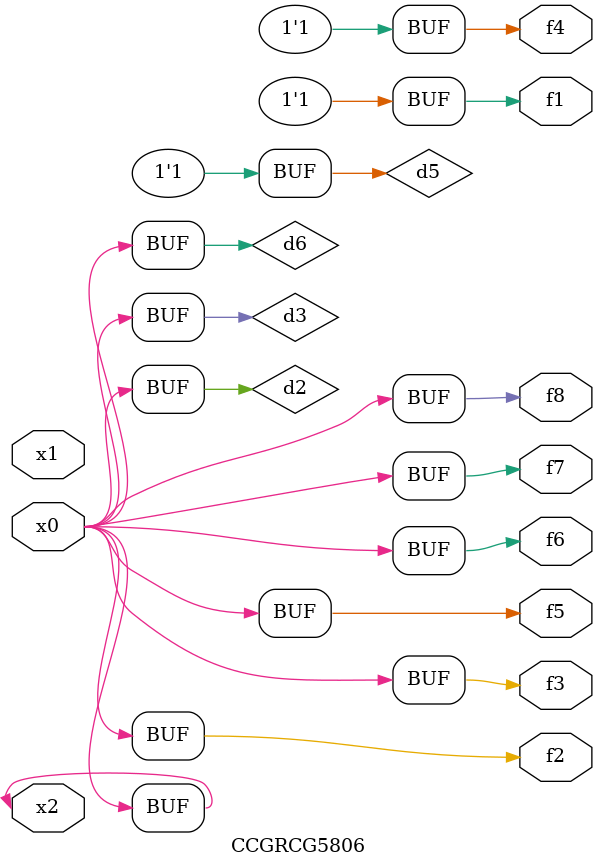
<source format=v>
module CCGRCG5806(
	input x0, x1, x2,
	output f1, f2, f3, f4, f5, f6, f7, f8
);

	wire d1, d2, d3, d4, d5, d6;

	xnor (d1, x2);
	buf (d2, x0, x2);
	and (d3, x0);
	xnor (d4, x1, x2);
	nand (d5, d1, d3);
	buf (d6, d2, d3);
	assign f1 = d5;
	assign f2 = d6;
	assign f3 = d6;
	assign f4 = d5;
	assign f5 = d6;
	assign f6 = d6;
	assign f7 = d6;
	assign f8 = d6;
endmodule

</source>
